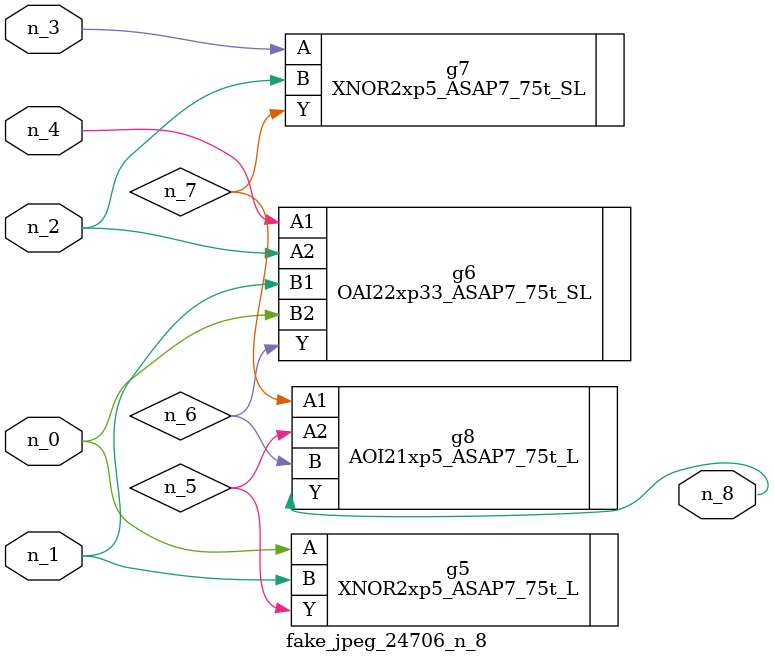
<source format=v>
module fake_jpeg_24706_n_8 (n_3, n_2, n_1, n_0, n_4, n_8);

input n_3;
input n_2;
input n_1;
input n_0;
input n_4;

output n_8;

wire n_6;
wire n_5;
wire n_7;

XNOR2xp5_ASAP7_75t_L g5 ( 
.A(n_0),
.B(n_1),
.Y(n_5)
);

OAI22xp33_ASAP7_75t_SL g6 ( 
.A1(n_4),
.A2(n_2),
.B1(n_1),
.B2(n_0),
.Y(n_6)
);

XNOR2xp5_ASAP7_75t_SL g7 ( 
.A(n_3),
.B(n_2),
.Y(n_7)
);

AOI21xp5_ASAP7_75t_L g8 ( 
.A1(n_7),
.A2(n_5),
.B(n_6),
.Y(n_8)
);


endmodule
</source>
